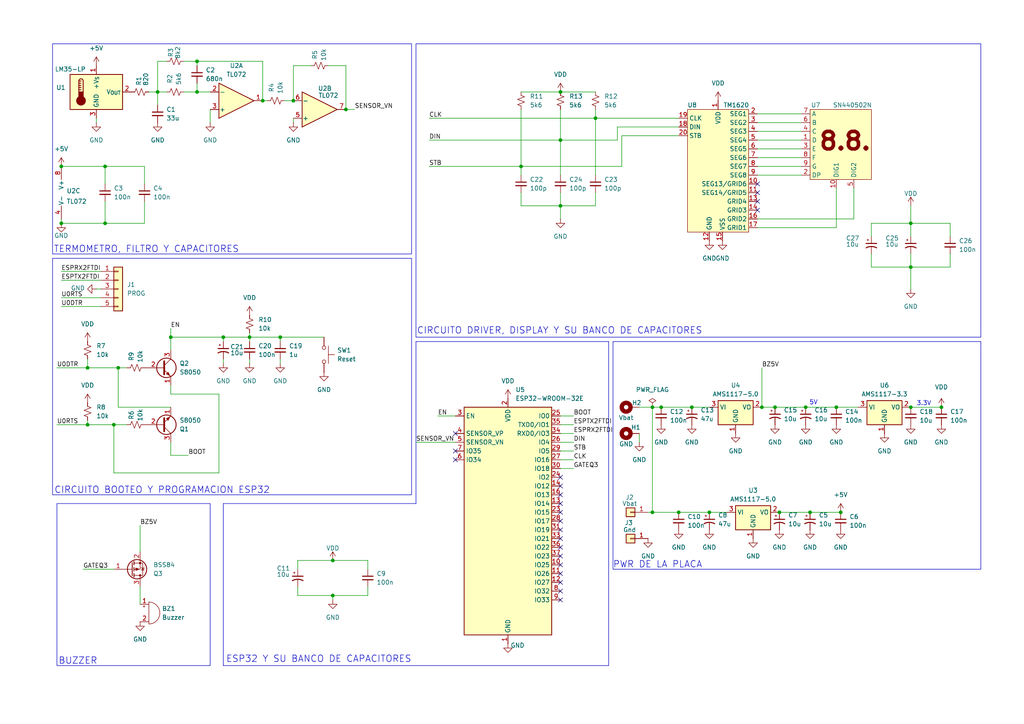
<source format=kicad_sch>
(kicad_sch (version 20231120) (generator "eeschema") (generator_version "8.0")
  (paper "A4")
  (title_block (title "Termometro") (date "2024-05-19") (rev "02") (company "UCU - Renzo Di Tommaso - Christian Klein"))
  (junction (at 196.85 148.59))
  (junction (at 162.56 40.64))
  (junction (at 264.16 64.77))
  (junction (at 191.77 118.11))
  (junction (at 233.68 118.11))
  (junction (at 25.4 123.19))
  (junction (at 264.16 118.11))
  (junction (at 49.53 97.79))
  (junction (at 220.98 118.11))
  (junction (at 64.77 97.79))
  (junction (at 242.57 118.11))
  (junction (at 151.13 48.26))
  (junction (at 226.06 148.59))
  (junction (at 162.56 59.69))
  (junction (at 172.72 34.29))
  (junction (at 273.05 118.11))
  (junction (at 200.66 118.11))
  (junction (at 189.23 148.59))
  (junction (at 57.15 17.78))
  (junction (at 85.09 29.21))
  (junction (at 34.29 106.68))
  (junction (at 76.2 29.21))
  (junction (at 189.23 118.11))
  (junction (at 45.72 26.67))
  (junction (at 30.48 48.26))
  (junction (at 25.4 106.68))
  (junction (at 234.95 148.59))
  (junction (at 96.52 162.56))
  (junction (at 81.28 97.79))
  (junction (at 17.78 48.26))
  (junction (at 30.48 64.77))
  (junction (at 57.15 26.67))
  (junction (at 96.52 172.72))
  (junction (at 33.02 123.19))
  (junction (at 205.74 148.59))
  (junction (at 224.79 118.11))
  (junction (at 17.78 64.77))
  (junction (at 72.39 97.79))
  (junction (at 162.56 26.67))
  (junction (at 100.33 31.75))
  (junction (at 264.16 77.47))
  (junction (at 243.84 148.59))
  (no_connect (at 162.56 143.51))
  (no_connect (at 162.56 163.83))
  (no_connect (at 219.71 60.96))
  (no_connect (at 162.56 138.43))
  (no_connect (at 162.56 140.97))
  (no_connect (at 162.56 146.05))
  (no_connect (at 219.71 53.34))
  (no_connect (at 162.56 151.13))
  (no_connect (at 162.56 158.75))
  (no_connect (at 162.56 148.59))
  (no_connect (at 162.56 171.45))
  (no_connect (at 162.56 168.91))
  (no_connect (at 162.56 153.67))
  (no_connect (at 162.56 173.99))
  (no_connect (at 132.08 125.73))
  (no_connect (at 132.08 133.35))
  (no_connect (at 219.71 55.88))
  (no_connect (at 132.08 130.81))
  (no_connect (at 162.56 161.29))
  (no_connect (at 162.56 166.37))
  (no_connect (at 162.56 156.21))
  (no_connect (at 219.71 58.42))
  (wire (pts (xy 33.02 137.16) (xy 33.02 123.19)))
  (wire (pts (xy 64.77 104.14) (xy 64.77 105.41)))
  (wire (pts (xy 172.72 55.88) (xy 172.72 59.69)))
  (wire (pts (xy 49.53 118.11) (xy 34.29 118.11)))
  (wire (pts (xy 162.56 123.19) (xy 166.37 123.19)))
  (wire (pts (xy 264.16 64.77) (xy 275.59 64.77)))
  (wire (pts (xy 72.39 104.14) (xy 72.39 105.41)))
  (wire (pts (xy 196.85 148.59) (xy 205.74 148.59)))
  (wire (pts (xy 49.53 132.08) (xy 54.61 132.08)))
  (wire (pts (xy 64.77 97.79) (xy 72.39 97.79)))
  (wire (pts (xy 252.73 73.66) (xy 252.73 77.47)))
  (wire (pts (xy 264.16 77.47) (xy 264.16 83.82)))
  (wire (pts (xy 72.39 99.06) (xy 72.39 97.79)))
  (wire (pts (xy 57.15 17.78) (xy 76.2 17.78)))
  (wire (pts (xy 45.72 26.67) (xy 45.72 30.48)))
  (wire (pts (xy 275.59 73.66) (xy 275.59 77.47)))
  (wire (pts (xy 187.96 148.59) (xy 189.23 148.59)))
  (wire (pts (xy 45.72 17.78) (xy 45.72 26.67)))
  (wire (pts (xy 72.39 96.52) (xy 72.39 97.79)))
  (wire (pts (xy 16.51 106.68) (xy 25.4 106.68)))
  (wire (pts (xy 120.65 128.27) (xy 132.08 128.27)))
  (wire (pts (xy 30.48 48.26) (xy 41.91 48.26)))
  (wire (pts (xy 27.94 34.29) (xy 27.94 35.56)))
  (wire (pts (xy 247.65 63.5) (xy 247.65 54.61)))
  (wire (pts (xy 17.78 64.77) (xy 17.78 63.5)))
  (wire (pts (xy 219.71 66.04) (xy 242.57 66.04)))
  (wire (pts (xy 264.16 77.47) (xy 275.59 77.47)))
  (wire (pts (xy 17.78 88.9) (xy 29.21 88.9)))
  (wire (pts (xy 162.56 40.64) (xy 162.56 50.8)))
  (wire (pts (xy 124.46 34.29) (xy 172.72 34.29)))
  (wire (pts (xy 242.57 118.11) (xy 248.92 118.11)))
  (wire (pts (xy 189.23 118.11) (xy 191.77 118.11)))
  (wire (pts (xy 275.59 68.58) (xy 275.59 64.77)))
  (wire (pts (xy 16.51 123.19) (xy 25.4 123.19)))
  (wire (pts (xy 220.98 106.68) (xy 220.98 118.11)))
  (wire (pts (xy 17.78 48.26) (xy 30.48 48.26)))
  (wire (pts (xy 264.16 64.77) (xy 264.16 68.58)))
  (wire (pts (xy 264.16 118.11) (xy 273.05 118.11)))
  (wire (pts (xy 85.09 35.56) (xy 85.09 34.29)))
  (wire (pts (xy 252.73 64.77) (xy 252.73 68.58)))
  (wire (pts (xy 172.72 34.29) (xy 172.72 50.8)))
  (wire (pts (xy 219.71 35.56) (xy 232.41 35.56)))
  (wire (pts (xy 17.78 78.74) (xy 29.21 78.74)))
  (wire (pts (xy 63.5 137.16) (xy 33.02 137.16)))
  (wire (pts (xy 25.4 104.14) (xy 25.4 106.68)))
  (wire (pts (xy 219.71 43.18) (xy 232.41 43.18)))
  (polyline (pts (xy 64.77 146.05) (xy 64.77 193.04)))
  (wire (pts (xy 219.71 48.26) (xy 232.41 48.26)))
  (wire (pts (xy 162.56 59.69) (xy 162.56 63.5)))
  (wire (pts (xy 30.48 48.26) (xy 30.48 53.34)))
  (wire (pts (xy 72.39 97.79) (xy 81.28 97.79)))
  (wire (pts (xy 96.52 162.56) (xy 106.68 162.56)))
  (wire (pts (xy 57.15 26.67) (xy 53.34 26.67)))
  (wire (pts (xy 220.98 118.11) (xy 224.79 118.11)))
  (wire (pts (xy 172.72 34.29) (xy 196.85 34.29)))
  (wire (pts (xy 43.18 26.67) (xy 45.72 26.67)))
  (wire (pts (xy 41.91 53.34) (xy 41.91 48.26)))
  (wire (pts (xy 200.66 118.11) (xy 205.74 118.11)))
  (wire (pts (xy 81.28 99.06) (xy 81.28 97.79)))
  (wire (pts (xy 162.56 130.81) (xy 166.37 130.81)))
  (wire (pts (xy 27.94 83.82) (xy 29.21 83.82)))
  (wire (pts (xy 76.2 29.21) (xy 77.47 29.21)))
  (wire (pts (xy 106.68 170.18) (xy 106.68 172.72)))
  (wire (pts (xy 81.28 97.79) (xy 93.98 97.79)))
  (wire (pts (xy 219.71 63.5) (xy 247.65 63.5)))
  (wire (pts (xy 49.53 111.76) (xy 49.53 114.3)))
  (wire (pts (xy 205.74 148.59) (xy 210.82 148.59)))
  (wire (pts (xy 76.2 17.78) (xy 76.2 29.21)))
  (wire (pts (xy 151.13 26.67) (xy 162.56 26.67)))
  (wire (pts (xy 180.34 39.37) (xy 196.85 39.37)))
  (wire (pts (xy 151.13 31.75) (xy 151.13 48.26)))
  (wire (pts (xy 48.26 17.78) (xy 45.72 17.78)))
  (wire (pts (xy 57.15 17.78) (xy 57.15 19.05)))
  (wire (pts (xy 25.4 106.68) (xy 34.29 106.68)))
  (wire (pts (xy 100.33 31.75) (xy 102.87 31.75)))
  (wire (pts (xy 185.42 125.73) (xy 185.42 128.27)))
  (wire (pts (xy 49.53 95.25) (xy 49.53 97.79)))
  (wire (pts (xy 49.53 128.27) (xy 49.53 132.08)))
  (wire (pts (xy 82.55 29.21) (xy 85.09 29.21)))
  (wire (pts (xy 49.53 97.79) (xy 64.77 97.79)))
  (wire (pts (xy 45.72 26.67) (xy 48.26 26.67)))
  (wire (pts (xy 264.16 64.77) (xy 252.73 64.77)))
  (wire (pts (xy 17.78 86.36) (xy 29.21 86.36)))
  (wire (pts (xy 64.77 99.06) (xy 64.77 97.79)))
  (wire (pts (xy 60.96 31.75) (xy 60.96 35.56)))
  (wire (pts (xy 219.71 50.8) (xy 232.41 50.8)))
  (wire (pts (xy 151.13 59.69) (xy 162.56 59.69)))
  (wire (pts (xy 219.71 38.1) (xy 232.41 38.1)))
  (wire (pts (xy 40.64 170.18) (xy 40.64 175.26)))
  (wire (pts (xy 264.16 73.66) (xy 264.16 77.47)))
  (wire (pts (xy 17.78 81.28) (xy 29.21 81.28)))
  (wire (pts (xy 57.15 26.67) (xy 60.96 26.67)))
  (wire (pts (xy 30.48 64.77) (xy 41.91 64.77)))
  (wire (pts (xy 179.07 40.64) (xy 162.56 40.64)))
  (wire (pts (xy 233.68 118.11) (xy 242.57 118.11)))
  (wire (pts (xy 40.64 152.4) (xy 40.64 160.02)))
  (wire (pts (xy 41.91 58.42) (xy 41.91 64.77)))
  (wire (pts (xy 34.29 106.68) (xy 36.83 106.68)))
  (wire (pts (xy 17.78 64.77) (xy 30.48 64.77)))
  (wire (pts (xy 30.48 58.42) (xy 30.48 64.77)))
  (wire (pts (xy 90.17 19.05) (xy 85.09 19.05)))
  (wire (pts (xy 226.06 148.59) (xy 234.95 148.59)))
  (wire (pts (xy 49.53 97.79) (xy 49.53 101.6)))
  (wire (pts (xy 81.28 104.14) (xy 81.28 105.41)))
  (wire (pts (xy 96.52 172.72) (xy 106.68 172.72)))
  (wire (pts (xy 162.56 125.73) (xy 166.37 125.73)))
  (wire (pts (xy 264.16 59.69) (xy 264.16 64.77)))
  (wire (pts (xy 53.34 17.78) (xy 57.15 17.78)))
  (wire (pts (xy 25.4 121.92) (xy 25.4 123.19)))
  (polyline (pts (xy 120.65 99.06) (xy 120.65 146.05)))
  (wire (pts (xy 172.72 59.69) (xy 162.56 59.69)))
  (wire (pts (xy 100.33 31.75) (xy 100.33 19.05)))
  (wire (pts (xy 219.71 40.64) (xy 232.41 40.64)))
  (wire (pts (xy 96.52 172.72) (xy 96.52 173.99)))
  (wire (pts (xy 49.53 114.3) (xy 63.5 114.3)))
  (wire (pts (xy 151.13 48.26) (xy 151.13 50.8)))
  (wire (pts (xy 234.95 148.59) (xy 243.84 148.59)))
  (wire (pts (xy 124.46 48.26) (xy 151.13 48.26)))
  (wire (pts (xy 189.23 148.59) (xy 196.85 148.59)))
  (wire (pts (xy 162.56 26.67) (xy 172.72 26.67)))
  (wire (pts (xy 162.56 135.89) (xy 166.37 135.89)))
  (wire (pts (xy 24.13 165.1) (xy 33.02 165.1)))
  (wire (pts (xy 63.5 114.3) (xy 63.5 137.16)))
  (wire (pts (xy 264.16 77.47) (xy 252.73 77.47)))
  (wire (pts (xy 57.15 24.13) (xy 57.15 26.67)))
  (wire (pts (xy 151.13 55.88) (xy 151.13 59.69)))
  (polyline (pts (xy 64.77 146.05) (xy 120.65 146.05)))
  (wire (pts (xy 219.71 45.72) (xy 232.41 45.72)))
  (wire (pts (xy 162.56 128.27) (xy 166.37 128.27)))
  (wire (pts (xy 185.42 118.11) (xy 189.23 118.11)))
  (wire (pts (xy 127 120.65) (xy 132.08 120.65)))
  (polyline (pts (xy 176.53 193.04) (xy 176.53 99.06)))
  (wire (pts (xy 162.56 133.35) (xy 166.37 133.35)))
  (wire (pts (xy 179.07 36.83) (xy 196.85 36.83)))
  (wire (pts (xy 33.02 123.19) (xy 36.83 123.19)))
  (polyline (pts (xy 64.77 193.04) (xy 176.53 193.04)))
  (wire (pts (xy 180.34 48.26) (xy 180.34 39.37)))
  (wire (pts (xy 172.72 31.75) (xy 172.72 34.29)))
  (wire (pts (xy 162.56 120.65) (xy 166.37 120.65)))
  (wire (pts (xy 162.56 55.88) (xy 162.56 59.69)))
  (wire (pts (xy 34.29 118.11) (xy 34.29 106.68)))
  (wire (pts (xy 180.34 48.26) (xy 151.13 48.26)))
  (wire (pts (xy 124.46 40.64) (xy 162.56 40.64)))
  (wire (pts (xy 191.77 118.11) (xy 200.66 118.11)))
  (wire (pts (xy 100.33 19.05) (xy 95.25 19.05)))
  (polyline (pts (xy 176.53 99.06) (xy 120.65 99.06)))
  (wire (pts (xy 86.36 162.56) (xy 86.36 165.1)))
  (wire (pts (xy 86.36 162.56) (xy 96.52 162.56)))
  (wire (pts (xy 162.56 31.75) (xy 162.56 40.64)))
  (wire (pts (xy 86.36 172.72) (xy 96.52 172.72)))
  (wire (pts (xy 242.57 66.04) (xy 242.57 54.61)))
  (wire (pts (xy 219.71 33.02) (xy 232.41 33.02)))
  (wire (pts (xy 189.23 118.11) (xy 189.23 148.59)))
  (wire (pts (xy 86.36 170.18) (xy 86.36 172.72)))
  (wire (pts (xy 224.79 118.11) (xy 233.68 118.11)))
  (wire (pts (xy 85.09 19.05) (xy 85.09 29.21)))
  (wire (pts (xy 106.68 162.56) (xy 106.68 165.1)))
  (wire (pts (xy 25.4 123.19) (xy 33.02 123.19)))
  (wire (pts (xy 179.07 40.64) (xy 179.07 36.83)))
  (rectangle (start 16.51 146.05) (end 60.96 193.04))
  (rectangle (start 15.24 74.93) (end 119.38 143.51))
  (rectangle (start 119.38 12.7) (end 15.24 73.66))
  (rectangle (start 120.65 12.7) (end 284.48 97.79))
  (rectangle (start 177.8 99.06) (end 284.48 165.1))
  (text "TERMOMETRO, FILTRO Y CAPACITORES \n\n" (at 43.18 73.914 0) (effects (font (size 1.905 1.905))))
  (text "PWR DE LA PLACA\n" (at 190.754 163.83 0) (effects (font (size 1.905 1.905))))
  (text "CIRCUITO BOOTEO Y PROGRAMACION ESP32 " (at 47.752 142.24 0) (effects (font (size 1.905 1.905))))
  (text "CIRCUITO DRIVER, DISPLAY Y SU BANCO DE CAPACITORES\n\n" (at 162.306 97.536 0) (effects (font (size 1.905 1.905))))
  (text "BUZZER" (at 22.606 191.77 0) (effects (font (size 1.905 1.905))))
  (text "ESP32 Y SU BANCO DE CAPACITORES\n\n" (at 92.456 192.786 0) (effects (font (size 1.905 1.905))))
  (text "5V" (at 235.966 116.84 0) (effects (font (size 1.27 1.27))))
  (text "3.3V" (at 267.97 117.094 0) (effects (font (size 1.27 1.27))))
  (label "CLK" (at 124.46 34.29 0))
  (label "BOOT" (at 166.37 120.65 0))
  (label "DIN" (at 166.37 128.27 0))
  (label "BZ5V" (at 220.98 106.68 0))
  (label "GATEQ3" (at 24.13 165.1 0))
  (label "U0RTS" (at 16.51 123.19 0))
  (label "EN" (at 127 120.65 0))
  (label "CLK" (at 166.37 133.35 0))
  (label "ESPRX2FTDI" (at 17.78 78.74 0))
  (label "BZ5V" (at 40.64 152.4 0))
  (label "GATEQ3" (at 166.37 135.89 0))
  (label "SENSOR_VN" (at 120.65 128.27 0))
  (label "EN" (at 49.53 95.25 0))
  (label "STB" (at 124.46 48.26 0))
  (label "BOOT" (at 54.61 132.08 0))
  (label "ESPRX2FTDI" (at 166.37 125.73 0))
  (label "ESPTX2FTDI" (at 17.78 81.28 0))
  (label "SENSOR_VN" (at 102.87 31.75 0))
  (label "STB" (at 166.37 130.81 0))
  (label "U0DTR" (at 16.51 106.68 0))
  (label "U0RTS" (at 17.78 86.36 0))
  (label "DIN" (at 124.46 40.64 0))
  (label "ESPTX2FTDI" (at 166.37 123.19 0))
  (label "U0DTR" (at 17.78 88.9 0))
  (symbol (lib_id "power:GND") (at 191.77 123.19 0) (unit 1)
    (property "Reference" "#PWR021" (effects (hide yes)))
    (property "Value" "GND" (at 191.77 128.27 0))
    (property "Description" "Power symbol creates a global label with name \"GND\" , ground" (effects (hide yes)))
  )
  (symbol (lib_id "Device:R_Small_US") (at 151.13 29.21 180) (unit 1)
    (property "Reference" "R11" (at 153.67 27.9399 0) (effects (justify right)))
    (property "Value" "5k6" (at 153.67 30.4799 0) (effects (justify right)))
    (property "Footprint" "Resistor_SMD:R_0603_1608Metric" (effects (hide yes)))
    (property "Description" "Resistor, small US symbol" (effects (hide yes)))
  )
  (symbol (lib_id "power:GND") (at 147.32 186.69 0) (unit 1)
    (property "Reference" "#PWR019" (effects (hide yes)))
    (property "Value" "GND" (at 150.114 187.198 0))
    (property "Description" "Power symbol creates a global label with name \"GND\" , ground" (effects (hide yes)))
  )
  (symbol (lib_id "Device:R_Small_US") (at 50.8 17.78 90) (unit 1)
    (property "Reference" "R3" (at 49.53 15.24 0))
    (property "Value" "8k2" (at 51.562 15.24 0))
    (property "Footprint" "Resistor_SMD:R_0603_1608Metric" (effects (hide yes)))
    (property "Description" "Resistor, small US symbol" (effects (hide yes)))
  )
  (symbol (lib_id "TM1620y7seg:SN440502N") (at 243.84 41.91 0) (unit 1)
    (property "Reference" "U7" (at 235.204 30.48 0) (effects (justify left)))
    (property "Value" "SN440502N" (at 241.554 30.48 0) (effects (justify left)))
    (property "Footprint" "obligatorio:DISPLAYLEDS" (effects (hide yes)))
  )
  (symbol (lib_id "power:GND") (at 224.79 123.19 0) (unit 1)
    (property "Reference" "#PWR025" (effects (hide yes)))
    (property "Value" "GND" (at 224.79 128.27 0))
    (property "Description" "Power symbol creates a global label with name \"GND\" , ground" (effects (hide yes)))
  )
  (symbol (lib_id "Device:C_Polarized_Small_US") (at 264.16 71.12 0) (unit 1)
    (property "Reference" "C25" (at 256.794 69.088 0) (effects (justify left)))
    (property "Value" "10u" (at 256.794 70.866 0) (effects (justify left)))
    (property "Footprint" "Capacitor_SMD:C_0603_1608Metric" (effects (hide yes)))
    (property "Description" "Polarized capacitor, small US symbol" (effects (hide yes)))
  )
  (symbol (lib_id "Device:R_Small_US") (at 162.56 29.21 180) (unit 1)
    (property "Reference" "R13" (at 165.1 27.9399 0) (effects (justify right)))
    (property "Value" "5k6" (at 165.1 30.4799 0) (effects (justify right)))
    (property "Footprint" "Resistor_SMD:R_0603_1608Metric" (effects (hide yes)))
    (property "Description" "Resistor, small US symbol" (effects (hide yes)))
  )
  (symbol (lib_id "Device:R_Small_US") (at 40.64 26.67 90) (unit 1)
    (property "Reference" "R1" (at 40.259 23.495 0))
    (property "Value" "820" (at 42.291 22.987 0))
    (property "Footprint" "Resistor_SMD:R_0603_1608Metric" (effects (hide yes)))
    (property "Description" "Resistor, small US symbol" (effects (hide yes)))
  )
  (symbol (lib_id "Device:C_Polarized_Small_US") (at 224.79 120.65 0) (unit 1)
    (property "Reference" "C15" (at 227.33 118.9481 0) (effects (justify left)))
    (property "Value" "10u" (at 227.33 121.4881 0) (effects (justify left)))
    (property "Footprint" "Capacitor_SMD:C_0603_1608Metric" (effects (hide yes)))
    (property "Description" "Polarized capacitor, small US symbol" (effects (hide yes)))
  )
  (symbol (lib_id "Device:C_Small") (at 45.72 33.02 0) (unit 1)
    (property "Reference" "C1" (at 48.26 31.7562 0) (effects (justify left)))
    (property "Value" "33u" (at 48.26 34.2962 0) (effects (justify left)))
    (property "Footprint" "Capacitor_SMD:C_0805_2012Metric" (effects (hide yes)))
    (property "Description" "Unpolarized capacitor, small symbol" (effects (hide yes)))
  )
  (symbol (lib_id "power:VDD") (at 264.16 59.69 0) (unit 1)
    (property "Reference" "#PWR016" (effects (hide yes)))
    (property "Value" "VDD" (at 264.16 56.134 0))
    (property "Description" "Power symbol creates a global label with name \"VDD\"" (effects (hide yes)))
  )
  (symbol (lib_id "power:GND") (at 226.06 153.67 0) (unit 1)
    (property "Reference" "#PWR033" (effects (hide yes)))
    (property "Value" "GND" (at 226.06 158.75 0))
    (property "Description" "Power symbol creates a global label with name \"GND\" , ground" (effects (hide yes)))
  )
  (symbol (lib_id "power:GND") (at 187.96 156.21 0) (unit 1)
    (property "Reference" "#PWR030" (effects (hide yes)))
    (property "Value" "GND" (at 187.96 161.29 0))
    (property "Description" "Power symbol creates a global label with name \"GND\" , ground" (effects (hide yes)))
  )
  (symbol (lib_id "power:GND") (at 60.96 35.56 0) (unit 1)
    (property "Reference" "#PWR03" (effects (hide yes)))
    (property "Value" "GND" (at 60.96 40.64 0))
    (property "Description" "Power symbol creates a global label with name \"GND\" , ground" (effects (hide yes)))
  )
  (symbol (lib_id "Device:Buzzer") (at 43.18 177.8 0) (unit 1)
    (property "Reference" "BZ1" (at 46.99 176.5299 0) (effects (justify left)))
    (property "Value" "Buzzer" (at 46.99 179.0699 0) (effects (justify left)))
    (property "Footprint" "Buzzer_Beeper:Buzzer_12x9.5RM7.6" (effects (hide yes)))
    (property "Description" "Buzzer, polarized" (effects (hide yes)))
  )
  (symbol (lib_id "power:VDD") (at 72.39 91.44 0) (unit 1)
    (property "Reference" "#PWR015" (effects (hide yes)))
    (property "Value" "VDD" (at 72.39 86.36 0))
    (property "Description" "Power symbol creates a global label with name \"VDD\"" (effects (hide yes)))
  )
  (symbol (lib_id "Device:C_Polarized_Small_US") (at 233.68 120.65 0) (unit 1)
    (property "Reference" "C16" (at 236.22 118.9481 0) (effects (justify left)))
    (property "Value" "10u" (at 236.22 121.4881 0) (effects (justify left)))
    (property "Footprint" "Capacitor_SMD:C_0603_1608Metric" (effects (hide yes)))
    (property "Description" "Polarized capacitor, small US symbol" (effects (hide yes)))
  )
  (symbol (lib_id "power:GND") (at 27.94 35.56 0) (unit 1)
    (property "Reference" "#PWR01" (effects (hide yes)))
    (property "Value" "GND" (at 27.94 40.64 0))
    (property "Description" "Power symbol creates a global label with name \"GND\" , ground" (effects (hide yes)))
  )
  (symbol (lib_id "power:GND") (at 64.77 105.41 0) (unit 1)
    (property "Reference" "#PWR09" (effects (hide yes)))
    (property "Value" "GND" (at 64.77 110.49 0))
    (property "Description" "Power symbol creates a global label with name \"GND\" , ground" (effects (hide yes)))
  )
  (symbol (lib_id "power:GND") (at 81.28 105.41 0) (unit 1)
    (property "Reference" "#PWR011" (effects (hide yes)))
    (property "Value" "GND" (at 81.28 110.49 0))
    (property "Description" "Power symbol creates a global label with name \"GND\" , ground" (effects (hide yes)))
  )
  (symbol (lib_id "Device:C_Polarized_Small_US") (at 226.06 151.13 0) (unit 1)
    (property "Reference" "C7" (at 228.6 149.4281 0) (effects (justify left)))
    (property "Value" "10u" (at 228.6 151.9681 0) (effects (justify left)))
    (property "Footprint" "Capacitor_SMD:C_0603_1608Metric" (effects (hide yes)))
    (property "Description" "Polarized capacitor, small US symbol" (effects (hide yes)))
  )
  (symbol (lib_id "power:GND") (at 213.36 125.73 0) (unit 1)
    (property "Reference" "#PWR023" (effects (hide yes)))
    (property "Value" "GND" (at 213.36 130.81 0))
    (property "Description" "Power symbol creates a global label with name \"GND\" , ground" (effects (hide yes)))
  )
  (symbol (lib_id "Device:R_Small_US") (at 39.37 123.19 90) (unit 1)
    (property "Reference" "R6" (at 38.1 120.396 0))
    (property "Value" "10k" (at 40.64 120.396 0))
    (property "Footprint" "Resistor_SMD:R_0603_1608Metric" (effects (hide yes)))
    (property "Description" "Resistor, small US symbol" (effects (hide yes)))
  )
  (symbol (lib_id "power:GND") (at 85.09 35.56 0) (unit 1)
    (property "Reference" "#PWR04" (effects (hide yes)))
    (property "Value" "GND" (at 85.09 40.64 0))
    (property "Description" "Power symbol creates a global label with name \"GND\" , ground" (effects (hide yes)))
  )
  (symbol (lib_id "Device:C_Small") (at 57.15 21.59 0) (unit 1)
    (property "Reference" "C2" (at 59.69 20.3262 0) (effects (justify left)))
    (property "Value" "680n" (at 59.69 22.8662 0) (effects (justify left)))
    (property "Footprint" "Capacitor_SMD:C_0603_1608Metric" (effects (hide yes)))
    (property "Description" "Unpolarized capacitor, small symbol" (effects (hide yes)))
  )
  (symbol (lib_id "Device:R_Small_US") (at 92.71 19.05 90) (unit 1)
    (property "Reference" "R5" (at 91.313 15.875 0))
    (property "Value" "10k" (at 93.853 15.875 0))
    (property "Footprint" "Resistor_SMD:R_0603_1608Metric" (effects (hide yes)))
    (property "Description" "Resistor, small US symbol" (effects (hide yes)))
  )
  (symbol (lib_id "Device:C_Small") (at 196.85 151.13 0) (unit 1)
    (property "Reference" "C10" (at 199.39 149.8662 0) (effects (justify left)))
    (property "Value" "100n" (at 199.39 152.4062 0) (effects (justify left)))
    (property "Footprint" "Capacitor_SMD:C_0603_1608Metric" (effects (hide yes)))
    (property "Description" "Unpolarized capacitor, small symbol" (effects (hide yes)))
  )
  (symbol (lib_id "Device:C_Polarized_Small_US") (at 252.73 71.12 0) (unit 1)
    (property "Reference" "C27" (at 245.364 69.088 0) (effects (justify left)))
    (property "Value" "10u" (at 245.364 70.866 0) (effects (justify left)))
    (property "Footprint" "Capacitor_SMD:C_0603_1608Metric" (effects (hide yes)))
    (property "Description" "Polarized capacitor, small US symbol" (effects (hide yes)))
  )
  (symbol (lib_id "Mechanical:MountingHole_Pad") (at 182.88 125.73 90) (unit 1) (exclude_from_sim yes) (in_bom no)
    (property "Reference" "H1" (at 184.404 123.952 90))
    (property "Value" "GND" (at 181.61 128.778 90))
    (property "Footprint" "MountingHole:MountingHole_2.2mm_M2_ISO7380_Pad" (effects (hide yes)))
    (property "Description" "Mounting Hole with connection" (effects (hide yes)))
  )
  (symbol (lib_id "power:+5V") (at 27.94 19.05 0) (unit 1)
    (property "Reference" "#PWR07" (effects (hide yes)))
    (property "Value" "+5V" (at 27.94 13.97 0))
    (property "Description" "Power symbol creates a global label with name \"+5V\"" (effects (hide yes)))
  )
  (symbol (lib_id "power:VDD") (at 96.52 162.56 0) (unit 1)
    (property "Reference" "#PWR044" (effects (hide yes)))
    (property "Value" "VDD" (at 96.52 159.004 0))
    (property "Description" "Power symbol creates a global label with name \"VDD\"" (effects (hide yes)))
  )
  (symbol (lib_id "Device:C_Small") (at 242.57 120.65 0) (unit 1)
    (property "Reference" "C14" (at 245.11 119.3862 0) (effects (justify left)))
    (property "Value" "100n" (at 245.11 121.9262 0) (effects (justify left)))
    (property "Footprint" "Capacitor_SMD:C_0603_1608Metric" (effects (hide yes)))
    (property "Description" "Unpolarized capacitor, small symbol" (effects (hide yes)))
  )
  (symbol (lib_id "power:GND") (at 264.16 123.19 0) (unit 1)
    (property "Reference" "#PWR028" (effects (hide yes)))
    (property "Value" "GND" (at 264.16 128.27 0))
    (property "Description" "Power symbol creates a global label with name \"GND\" , ground" (effects (hide yes)))
  )
  (symbol (lib_id "Regulator_Linear:AMS1117-3.3") (at 256.54 118.11 0) (unit 1)
    (property "Reference" "U6" (at 256.54 111.76 0))
    (property "Value" "AMS1117-3.3" (at 256.54 114.3 0))
    (property "Footprint" "Package_TO_SOT_SMD:SOT-223" (effects (hide yes)))
    (property "Datasheet" "http://www.advanced-monolithic.com/pdf/ds1117.pdf" (effects (hide yes)))
    (property "Description" "1A Low Dropout regulator, positive, 3.3V fixed output, SOT-223" (effects (hide yes)))
  )
  (symbol (lib_id "power:VDD") (at 208.28 29.21 0) (unit 1)
    (property "Reference" "#PWR042" (effects (hide yes)))
    (property "Value" "VDD" (at 208.28 24.13 0))
    (property "Description" "Power symbol creates a global label with name \"VDD\"" (effects (hide yes)))
  )
  (symbol (lib_id "Device:C_Small") (at 162.56 53.34 0) (unit 1)
    (property "Reference" "C24" (at 165.1 52.0762 0) (effects (justify left)))
    (property "Value" "100p" (at 165.1 54.6162 0) (effects (justify left)))
    (property "Footprint" "Capacitor_SMD:C_0603_1608Metric" (effects (hide yes)))
    (property "Description" "Unpolarized capacitor, small symbol" (effects (hide yes)))
  )
  (symbol (lib_id "power:GND") (at 185.42 128.27 0) (unit 1)
    (property "Reference" "#PWR020" (effects (hide yes)))
    (property "Value" "GND" (at 185.42 133.35 0))
    (property "Description" "Power symbol creates a global label with name \"GND\" , ground" (effects (hide yes)))
  )
  (symbol (lib_id "Connector_Generic:Conn_01x01") (at 182.88 156.21 0) (mirror y) (unit 1)
    (property "Reference" "J3" (at 182.372 151.638 0))
    (property "Value" "Gnd" (at 182.626 153.67 0))
    (property "Footprint" "Connector_PinHeader_2.54mm:PinHeader_1x01_P2.54mm_Vertical" (effects (hide yes)))
    (property "Description" "Generic connector, single row, 01x01, script generated (kicad-library-utils/schlib/autogen/connector/)" (effects (hide yes)))
  )
  (symbol (lib_id "power:GND") (at 205.74 153.67 0) (unit 1)
    (property "Reference" "#PWR032" (effects (hide yes)))
    (property "Value" "GND" (at 205.74 158.75 0))
    (property "Description" "Power symbol creates a global label with name \"GND\" , ground" (effects (hide yes)))
  )
  (symbol (lib_id "power:GND") (at 205.74 69.85 0) (unit 1)
    (property "Reference" "#PWR046" (effects (hide yes)))
    (property "Value" "GND" (at 205.74 74.93 0))
    (property "Description" "Power symbol creates a global label with name \"GND\" , ground" (effects (hide yes)))
  )
  (symbol (lib_id "Sensor_Temperature:LM35-LP") (at 27.94 26.67 0) (unit 1)
    (property "Reference" "U1" (at 19.05 25.3999 0) (effects (justify right)))
    (property "Value" "LM35-LP" (at 24.892 20.066 0) (effects (justify right)))
    (property "Footprint" "Package_TO_SOT_THT:TO-92_Inline" (effects (hide yes)))
    (property "Datasheet" "http://www.ti.com/lit/ds/symlink/lm35.pdf" (effects (hide yes)))
    (property "Description" "Precision centigrade temperature sensor, TO-92" (effects (hide yes)))
  )
  (symbol (lib_id "power:VDD") (at 25.4 116.84 0) (unit 1)
    (property "Reference" "#PWR014" (effects (hide yes)))
    (property "Value" "VDD" (at 25.4 111.76 0))
    (property "Description" "Power symbol creates a global label with name \"VDD\"" (effects (hide yes)))
  )
  (symbol (lib_id "Device:C_Small") (at 41.91 55.88 0) (unit 1)
    (property "Reference" "C4" (at 44.45 54.6162 0) (effects (justify left)))
    (property "Value" "100n" (at 44.45 57.1562 0) (effects (justify left)))
    (property "Footprint" "Capacitor_SMD:C_0603_1608Metric" (effects (hide yes)))
    (property "Description" "Unpolarized capacitor, small symbol" (effects (hide yes)))
  )
  (symbol (lib_id "Device:C_Polarized_Small_US") (at 64.77 101.6 0) (unit 1)
    (property "Reference" "C21" (at 66.802 100.584 0) (effects (justify left)))
    (property "Value" "10u" (at 66.802 102.362 0) (effects (justify left)))
    (property "Footprint" "Capacitor_SMD:C_0603_1608Metric" (effects (hide yes)))
    (property "Description" "Polarized capacitor, small US symbol" (effects (hide yes)))
  )
  (symbol (lib_id "Device:C_Small") (at 273.05 120.65 0) (unit 1)
    (property "Reference" "C17" (at 275.59 119.3862 0) (effects (justify left)))
    (property "Value" "100n" (at 275.59 121.9262 0) (effects (justify left)))
    (property "Footprint" "Capacitor_SMD:C_0603_1608Metric" (effects (hide yes)))
    (property "Description" "Unpolarized capacitor, small symbol" (effects (hide yes)))
  )
  (symbol (lib_id "Device:R_Small_US") (at 25.4 101.6 180) (unit 1)
    (property "Reference" "R7" (at 27.94 100.3299 0) (effects (justify right)))
    (property "Value" "10k" (at 27.94 102.8699 0) (effects (justify right)))
    (property "Footprint" "Resistor_SMD:R_0603_1608Metric" (effects (hide yes)))
    (property "Description" "Resistor, small US symbol" (effects (hide yes)))
  )
  (symbol (lib_id "Device:C_Polarized_Small_US") (at 205.74 151.13 0) (unit 1)
    (property "Reference" "C8" (at 208.28 149.4281 0) (effects (justify left)))
    (property "Value" "47u" (at 208.28 151.9681 0) (effects (justify left)))
    (property "Footprint" "Capacitor_SMD:C_0805_2012Metric" (effects (hide yes)))
    (property "Description" "Polarized capacitor, small US symbol" (effects (hide yes)))
  )
  (symbol (lib_id "Amplifier_Operational:TL072") (at 92.71 31.75 0) (mirror x) (unit 2)
    (property "Reference" "U2" (at 94.234 25.654 0))
    (property "Value" "TL072" (at 95.25 27.686 0))
    (property "Footprint" "Package_SO:SOIC-8_3.9x4.9mm_P1.27mm" (effects (hide yes)))
    (property "Datasheet" "http://www.ti.com/lit/ds/symlink/tl071.pdf" (effects (hide yes)))
    (property "Description" "Dual Low-Noise JFET-Input Operational Amplifiers, DIP-8/SOIC-8" (effects (hide yes)))
  )
  (symbol (lib_id "power:GND") (at 233.68 123.19 0) (unit 1)
    (property "Reference" "#PWR026" (effects (hide yes)))
    (property "Value" "GND" (at 233.68 128.27 0))
    (property "Description" "Power symbol creates a global label with name \"GND\" , ground" (effects (hide yes)))
  )
  (symbol (lib_id "Connector_Generic:Conn_01x01") (at 182.88 148.59 0) (mirror y) (unit 1)
    (property "Reference" "J2" (at 182.626 144.272 0))
    (property "Value" "Vbat" (at 182.626 146.05 0))
    (property "Footprint" "Connector_PinHeader_2.54mm:PinHeader_1x01_P2.54mm_Vertical" (effects (hide yes)))
    (property "Description" "Generic connector, single row, 01x01, script generated (kicad-library-utils/schlib/autogen/connector/)" (effects (hide yes)))
  )
  (symbol (lib_id "power:VDD") (at 25.4 99.06 0) (unit 1)
    (property "Reference" "#PWR013" (effects (hide yes)))
    (property "Value" "VDD" (at 25.4 93.98 0))
    (property "Description" "Power symbol creates a global label with name \"VDD\"" (effects (hide yes)))
  )
  (symbol (lib_id "Device:C_Small") (at 151.13 53.34 0) (unit 1)
    (property "Reference" "C22" (at 153.67 52.0762 0) (effects (justify left)))
    (property "Value" "100p" (at 153.67 54.6162 0) (effects (justify left)))
    (property "Footprint" "Capacitor_SMD:C_0603_1608Metric" (effects (hide yes)))
    (property "Description" "Unpolarized capacitor, small symbol" (effects (hide yes)))
  )
  (symbol (lib_id "Transistor_FET:BSS84") (at 38.1 165.1 0) (mirror x) (unit 1)
    (property "Reference" "Q3" (at 44.45 166.3701 0) (effects (justify left)))
    (property "Value" "BSS84" (at 44.45 163.8301 0) (effects (justify left)))
    (property "Footprint" "Package_TO_SOT_SMD:SOT-23" (effects (hide yes)))
    (property "Datasheet" "http://assets.nexperia.com/documents/data-sheet/BSS84.pdf" (effects (hide yes)))
    (property "Description" "-0.13A Id, -50V Vds, P-Channel MOSFET, SOT-23" (effects (hide yes)))
  )
  (symbol (lib_id "Mechanical:MountingHole_Pad") (at 182.88 118.11 90) (unit 1) (exclude_from_sim yes) (in_bom no)
    (property "Reference" "H2" (at 184.658 116.84 90))
    (property "Value" "Vbat" (at 181.61 121.158 90))
    (property "Footprint" "MountingHole:MountingHole_2.2mm_M2_ISO7380_Pad" (effects (hide yes)))
    (property "Description" "Mounting Hole with connection" (effects (hide yes)))
  )
  (symbol (lib_id "Regulator_Linear:AMS1117-5.0") (at 213.36 118.11 0) (unit 1)
    (property "Reference" "U4" (at 213.36 111.76 0))
    (property "Value" "AMS1117-5.0" (at 213.36 114.3 0))
    (property "Footprint" "Package_TO_SOT_SMD:SOT-223" (effects (hide yes)))
    (property "Datasheet" "http://www.advanced-monolithic.com/pdf/ds1117.pdf" (effects (hide yes)))
    (property "Description" "1A Low Dropout regulator, positive, 5.0V fixed output, SOT-223" (effects (hide yes)))
  )
  (symbol (lib_id "Device:C_Small") (at 275.59 71.12 0) (unit 1)
    (property "Reference" "C26" (at 278.13 69.8562 0) (effects (justify left)))
    (property "Value" "100n" (at 278.13 72.3962 0) (effects (justify left)))
    (property "Footprint" "Capacitor_SMD:C_0603_1608Metric" (effects (hide yes)))
    (property "Description" "Unpolarized capacitor, small symbol" (effects (hide yes)))
  )
  (symbol (lib_id "TM1620y7seg:TM1620") (at 208.28 48.26 0) (unit 1)
    (property "Reference" "U8" (at 199.39 30.48 0) (effects (justify left)))
    (property "Value" "TM1620" (at 209.804 30.48 0) (effects (justify left)))
    (property "Footprint" "Package_SO:SOIC-20W_7.5x12.8mm_P1.27mm" (effects (hide yes)))
  )
  (symbol (lib_id "Device:R_Small_US") (at 39.37 106.68 90) (unit 1)
    (property "Reference" "R9" (at 38.1 103.378 0))
    (property "Value" "10k" (at 40.64 103.378 0))
    (property "Footprint" "Resistor_SMD:R_0603_1608Metric" (effects (hide yes)))
    (property "Description" "Resistor, small US symbol" (effects (hide yes)))
  )
  (symbol (lib_id "Device:C_Small") (at 172.72 53.34 0) (unit 1)
    (property "Reference" "C23" (at 175.26 52.0762 0) (effects (justify left)))
    (property "Value" "100p" (at 175.26 54.6162 0) (effects (justify left)))
    (property "Footprint" "Capacitor_SMD:C_0603_1608Metric" (effects (hide yes)))
    (property "Description" "Unpolarized capacitor, small symbol" (effects (hide yes)))
  )
  (symbol (lib_id "power:VDD") (at 162.56 26.67 0) (unit 1)
    (property "Reference" "#PWR040" (effects (hide yes)))
    (property "Value" "VDD" (at 162.56 21.59 0))
    (property "Description" "Power symbol creates a global label with name \"VDD\"" (effects (hide yes)))
  )
  (symbol (lib_id "Amplifier_Operational:TL072") (at 15.24 55.88 0) (mirror y) (unit 3)
    (property "Reference" "U2" (at 19.304 55.372 0) (effects (justify right)))
    (property "Value" "TL072" (at 19.304 58.42 0) (effects (justify right)))
    (property "Footprint" "Package_SO:SOIC-8_3.9x4.9mm_P1.27mm" (effects (hide yes)))
    (property "Datasheet" "http://www.ti.com/lit/ds/symlink/tl071.pdf" (effects (hide yes)))
    (property "Description" "Dual Low-Noise JFET-Input Operational Amplifiers, DIP-8/SOIC-8" (effects (hide yes)))
  )
  (symbol (lib_id "power:+5V") (at 243.84 148.59 0) (unit 1)
    (property "Reference" "#PWR038" (effects (hide yes)))
    (property "Value" "+5V" (at 243.84 143.51 0))
    (property "Description" "Power symbol creates a global label with name \"+5V\"" (effects (hide yes)))
  )
  (symbol (lib_id "Device:C_Polarized_Small_US") (at 86.36 167.64 0) (unit 1)
    (property "Reference" "C11" (at 80.264 164.846 0) (effects (justify left)))
    (property "Value" "10u" (at 80.264 166.624 0) (effects (justify left)))
    (property "Footprint" "Capacitor_SMD:C_0603_1608Metric" (effects (hide yes)))
    (property "Description" "Polarized capacitor, small US symbol" (effects (hide yes)))
  )
  (symbol (lib_id "Amplifier_Operational:TL072") (at 68.58 29.21 0) (mirror x) (unit 1)
    (property "Reference" "U2" (at 68.58 19.05 0))
    (property "Value" "TL072" (at 68.58 21.59 0))
    (property "Footprint" "Package_SO:SOIC-8_3.9x4.9mm_P1.27mm" (effects (hide yes)))
    (property "Datasheet" "http://www.ti.com/lit/ds/symlink/tl071.pdf" (effects (hide yes)))
    (property "Description" "Dual Low-Noise JFET-Input Operational Amplifiers, DIP-8/SOIC-8" (effects (hide yes)))
  )
  (symbol (lib_id "power:GND") (at 218.44 156.21 0) (unit 1)
    (property "Reference" "#PWR036" (effects (hide yes)))
    (property "Value" "GND" (at 218.44 161.29 0))
    (property "Description" "Power symbol creates a global label with name \"GND\" , ground" (effects (hide yes)))
  )
  (symbol (lib_id "power:GND") (at 243.84 153.67 0) (unit 1)
    (property "Reference" "#PWR035" (effects (hide yes)))
    (property "Value" "GND" (at 243.84 158.75 0))
    (property "Description" "Power symbol creates a global label with name \"GND\" , ground" (effects (hide yes)))
  )
  (symbol (lib_id "Device:C_Small") (at 264.16 120.65 0) (unit 1)
    (property "Reference" "C18" (at 266.7 119.3862 0) (effects (justify left)))
    (property "Value" "10u" (at 266.7 121.9262 0) (effects (justify left)))
    (property "Footprint" "Capacitor_SMD:C_0603_1608Metric" (effects (hide yes)))
    (property "Description" "Unpolarized capacitor, small symbol" (effects (hide yes)))
  )
  (symbol (lib_id "power:VDD") (at 147.32 115.57 0) (unit 1)
    (property "Reference" "#PWR039" (effects (hide yes)))
    (property "Value" "VDD" (at 147.32 110.49 0))
    (property "Description" "Power symbol creates a global label with name \"VDD\"" (effects (hide yes)))
  )
  (symbol (lib_id "Device:C_Small") (at 106.68 167.64 0) (unit 1)
    (property "Reference" "C9" (at 109.22 166.3762 0) (effects (justify left)))
    (property "Value" "100n" (at 109.22 168.9162 0) (effects (justify left)))
    (property "Footprint" "Capacitor_SMD:C_0603_1608Metric" (effects (hide yes)))
    (property "Description" "Unpolarized capacitor, small symbol" (effects (hide yes)))
  )
  (symbol (lib_id "Device:R_Small_US") (at 80.01 29.21 90) (unit 1)
    (property "Reference" "R4" (at 78.74 25.4 0))
    (property "Value" "10k" (at 81.28 25.4 0))
    (property "Footprint" "Resistor_SMD:R_0603_1608Metric" (effects (hide yes)))
    (property "Description" "Resistor, small US symbol" (effects (hide yes)))
  )
  (symbol (lib_id "power:+5V") (at 17.78 48.26 0) (unit 1)
    (property "Reference" "#PWR05" (effects (hide yes)))
    (property "Value" "+5V" (at 17.78 43.18 0))
    (property "Description" "Power symbol creates a global label with name \"+5V\"" (effects (hide yes)))
  )
  (symbol (lib_id "power:GND") (at 242.57 123.19 0) (unit 1)
    (property "Reference" "#PWR027" (effects (hide yes)))
    (property "Value" "GND" (at 242.57 128.27 0))
    (property "Description" "Power symbol creates a global label with name \"GND\" , ground" (effects (hide yes)))
  )
  (symbol (lib_id "power:GND") (at 200.66 123.19 0) (unit 1)
    (property "Reference" "#PWR022" (effects (hide yes)))
    (property "Value" "GND" (at 200.66 128.27 0))
    (property "Description" "Power symbol creates a global label with name \"GND\" , ground" (effects (hide yes)))
  )
  (symbol (lib_id "Device:C_Small") (at 191.77 120.65 0) (unit 1)
    (property "Reference" "C12" (at 194.31 119.3862 0) (effects (justify left)))
    (property "Value" "100n" (at 194.31 121.9262 0) (effects (justify left)))
    (property "Footprint" "Capacitor_SMD:C_0603_1608Metric" (effects (hide yes)))
    (property "Description" "Unpolarized capacitor, small symbol" (effects (hide yes)))
  )
  (symbol (lib_id "power:GND") (at 45.72 35.56 0) (unit 1)
    (property "Reference" "#PWR02" (effects (hide yes)))
    (property "Value" "GND" (at 45.72 40.64 0))
    (property "Description" "Power symbol creates a global label with name \"GND\" , ground" (effects (hide yes)))
  )
  (symbol (lib_id "power:GND") (at 40.64 180.34 0) (unit 1)
    (property "Reference" "#PWR018" (effects (hide yes)))
    (property "Value" "GND" (at 40.64 185.42 0))
    (property "Description" "Power symbol creates a global label with name \"GND\" , ground" (effects (hide yes)))
  )
  (symbol (lib_id "power:GND") (at 234.95 153.67 0) (unit 1)
    (property "Reference" "#PWR034" (effects (hide yes)))
    (property "Value" "GND" (at 234.95 158.75 0))
    (property "Description" "Power symbol creates a global label with name \"GND\" , ground" (effects (hide yes)))
  )
  (symbol (lib_id "power:GND") (at 96.52 173.99 0) (unit 1)
    (property "Reference" "#PWR045" (effects (hide yes)))
    (property "Value" "GND" (at 96.52 179.07 0))
    (property "Description" "Power symbol creates a global label with name \"GND\" , ground" (effects (hide yes)))
  )
  (symbol (lib_id "Device:R_Small_US") (at 72.39 93.98 180) (unit 1)
    (property "Reference" "R10" (at 74.93 92.7099 0) (effects (justify right)))
    (property "Value" "10k" (at 74.93 95.2499 0) (effects (justify right)))
    (property "Footprint" "Resistor_SMD:R_0603_1608Metric" (effects (hide yes)))
    (property "Description" "Resistor, small US symbol" (effects (hide yes)))
  )
  (symbol (lib_id "Transistor_BJT:S8050") (at 46.99 106.68 0) (unit 1)
    (property "Reference" "Q2" (at 52.07 105.4099 0) (effects (justify left)))
    (property "Value" "S8050" (at 52.07 107.9499 0) (effects (justify left)))
    (property "Footprint" "Package_TO_SOT_SMD:SOT-23" (effects (hide yes)))
    (property "Datasheet" "http://www.unisonic.com.tw/datasheet/S8050.pdf" (effects (hide yes)))
    (property "Description" "0.7A Ic, 20V Vce, Low Voltage High Current NPN Transistor, TO-92" (effects (hide yes)))
  )
  (symbol (lib_id "Device:R_Small_US") (at 172.72 29.21 180) (unit 1)
    (property "Reference" "R12" (at 175.26 27.9399 0) (effects (justify right)))
    (property "Value" "5k6" (at 175.26 30.4799 0) (effects (justify right)))
    (property "Footprint" "Resistor_SMD:R_0603_1608Metric" (effects (hide yes)))
    (property "Description" "Resistor, small US symbol" (effects (hide yes)))
  )
  (symbol (lib_id "power:PWR_FLAG") (at 189.23 118.11 0) (unit 1)
    (property "Reference" "#FLG01" (effects (hide yes)))
    (property "Value" "PWR_FLAG" (at 189.23 113.03 0))
    (property "Description" "Special symbol for telling ERC where power comes from" (effects (hide yes)))
  )
  (symbol (lib_id "Device:C_Small") (at 72.39 101.6 0) (unit 1)
    (property "Reference" "C20" (at 74.93 100.3362 0) (effects (justify left)))
    (property "Value" "100n" (at 74.93 102.8762 0) (effects (justify left)))
    (property "Footprint" "Capacitor_SMD:C_0603_1608Metric" (effects (hide yes)))
    (property "Description" "Unpolarized capacitor, small symbol" (effects (hide yes)))
  )
  (symbol (lib_id "power:GND") (at 273.05 123.19 0) (unit 1)
    (property "Reference" "#PWR029" (effects (hide yes)))
    (property "Value" "GND" (at 273.05 128.27 0))
    (property "Description" "Power symbol creates a global label with name \"GND\" , ground" (effects (hide yes)))
  )
  (symbol (lib_id "power:GND") (at 93.98 107.95 0) (unit 1)
    (property "Reference" "#PWR012" (effects (hide yes)))
    (property "Value" "GND" (at 93.98 113.03 0))
    (property "Description" "Power symbol creates a global label with name \"GND\" , ground" (effects (hide yes)))
  )
  (symbol (lib_id "Device:C_Small") (at 30.48 55.88 0) (unit 1)
    (property "Reference" "C3" (at 33.02 54.6162 0) (effects (justify left)))
    (property "Value" "100n" (at 33.02 57.1562 0) (effects (justify left)))
    (property "Footprint" "Capacitor_SMD:C_0603_1608Metric" (effects (hide yes)))
    (property "Description" "Unpolarized capacitor, small symbol" (effects (hide yes)))
  )
  (symbol (lib_id "power:GND") (at 27.94 83.82 270) (unit 1)
    (property "Reference" "#PWR08" (effects (hide yes)))
    (property "Value" "GND" (at 24.638 83.566 90) (effects (justify right)))
    (property "Description" "Power symbol creates a global label with name \"GND\" , ground" (effects (hide yes)))
  )
  (symbol (lib_id "power:VDD") (at 273.05 118.11 0) (unit 1)
    (property "Reference" "#PWR037" (effects (hide yes)))
    (property "Value" "VDD" (at 273.05 112.268 0))
    (property "Description" "Power symbol creates a global label with name \"VDD\"" (effects (hide yes)))
  )
  (symbol (lib_id "Device:C_Polarized_Small_US") (at 234.95 151.13 0) (unit 1)
    (property "Reference" "C5" (at 237.49 149.4281 0) (effects (justify left)))
    (property "Value" "10u" (at 237.49 151.9681 0) (effects (justify left)))
    (property "Footprint" "Capacitor_SMD:C_0603_1608Metric" (effects (hide yes)))
    (property "Description" "Polarized capacitor, small US symbol" (effects (hide yes)))
  )
  (symbol (lib_id "Switch:SW_Push") (at 93.98 102.87 270) (unit 1)
    (property "Reference" "SW1" (at 97.79 101.5999 90) (effects (justify left)))
    (property "Value" "Reset" (at 97.79 104.1399 90) (effects (justify left)))
    (property "Footprint" "Button_Switch_SMD:SW_SPST_PTS645" (effects (hide yes)))
    (property "Description" "Push button switch, generic, two pins" (effects (hide yes)))
  )
  (symbol (lib_id "Device:R_Small_US") (at 25.4 119.38 180) (unit 1)
    (property "Reference" "R8" (at 27.94 118.1099 0) (effects (justify right)))
    (property "Value" "10k" (at 27.94 120.6499 0) (effects (justify right)))
    (property "Footprint" "Resistor_SMD:R_0603_1608Metric" (effects (hide yes)))
    (property "Description" "Resistor, small US symbol" (effects (hide yes)))
  )
  (symbol (lib_id "Device:C_Polarized_Small_US") (at 200.66 120.65 0) (unit 1)
    (property "Reference" "C13" (at 203.2 118.9481 0) (effects (justify left)))
    (property "Value" "47u" (at 203.2 121.4881 0) (effects (justify left)))
    (property "Footprint" "Capacitor_SMD:C_0805_2012Metric" (effects (hide yes)))
    (property "Description" "Polarized capacitor, small US symbol" (effects (hide yes)))
  )
  (symbol (lib_id "power:GND") (at 17.78 64.77 0) (unit 1)
    (property "Reference" "#PWR06" (effects (hide yes)))
    (property "Value" "GND" (at 17.78 68.326 0))
    (property "Description" "Power symbol creates a global label with name \"GND\" , ground" (effects (hide yes)))
  )
  (symbol (lib_id "Transistor_BJT:S8050") (at 46.99 123.19 0) (mirror x) (unit 1)
    (property "Reference" "Q1" (at 52.07 124.4601 0) (effects (justify left)))
    (property "Value" "S8050" (at 52.07 121.9201 0) (effects (justify left)))
    (property "Footprint" "Package_TO_SOT_SMD:SOT-23" (effects (hide yes)))
    (property "Datasheet" "http://www.unisonic.com.tw/datasheet/S8050.pdf" (effects (hide yes)))
    (property "Description" "0.7A Ic, 20V Vce, Low Voltage High Current NPN Transistor, TO-92" (effects (hide yes)))
  )
  (symbol (lib_id "Device:R_Small_US") (at 50.8 26.67 90) (unit 1)
    (property "Reference" "R2" (at 49.276 22.86 0))
    (property "Value" "5k6" (at 51.816 22.86 0))
    (property "Footprint" "Resistor_SMD:R_0603_1608Metric" (effects (hide yes)))
    (property "Description" "Resistor, small US symbol" (effects (hide yes)))
  )
  (symbol (lib_id "power:GND") (at 264.16 83.82 0) (unit 1)
    (property "Reference" "#PWR017" (effects (hide yes)))
    (property "Value" "GND" (at 264.16 88.9 0))
    (property "Description" "Power symbol creates a global label with name \"GND\" , ground" (effects (hide yes)))
  )
  (symbol (lib_id "power:GND") (at 209.55 69.85 0) (unit 1)
    (property "Reference" "#PWR043" (effects (hide yes)))
    (property "Value" "GND" (at 209.55 74.93 0))
    (property "Description" "Power symbol creates a global label with name \"GND\" , ground" (effects (hide yes)))
  )
  (symbol (lib_id "power:GND") (at 72.39 105.41 0) (unit 1)
    (property "Reference" "#PWR010" (effects (hide yes)))
    (property "Value" "GND" (at 72.39 110.49 0))
    (property "Description" "Power symbol creates a global label with name \"GND\" , ground" (effects (hide yes)))
  )
  (symbol (lib_id "Device:C_Small") (at 81.28 101.6 0) (unit 1)
    (property "Reference" "C19" (at 83.82 100.3362 0) (effects (justify left)))
    (property "Value" "1u" (at 83.82 102.8762 0) (effects (justify left)))
    (property "Footprint" "Capacitor_SMD:C_0603_1608Metric" (effects (hide yes)))
    (property "Description" "Unpolarized capacitor, small symbol" (effects (hide yes)))
  )
  (symbol (lib_id "power:GND") (at 196.85 153.67 0) (unit 1)
    (property "Reference" "#PWR031" (effects (hide yes)))
    (property "Value" "GND" (at 196.85 158.75 0))
    (property "Description" "Power symbol creates a global label with name \"GND\" , ground" (effects (hide yes)))
  )
  (symbol (lib_id "power:GND") (at 162.56 63.5 0) (unit 1)
    (property "Reference" "#PWR041" (effects (hide yes)))
    (property "Value" "GND" (at 162.56 68.58 0))
    (property "Description" "Power symbol creates a global label with name \"GND\" , ground" (effects (hide yes)))
  )
  (symbol (lib_id "power:GND") (at 256.54 125.73 0) (unit 1)
    (property "Reference" "#PWR024" (effects (hide yes)))
    (property "Value" "GND" (at 256.54 130.81 0))
    (property "Description" "Power symbol creates a global label with name \"GND\" , ground" (effects (hide yes)))
  )
  (symbol (lib_id "Regulator_Linear:AMS1117-5.0") (at 218.44 148.59 0) (unit 1)
    (property "Reference" "U3" (at 218.44 142.24 0))
    (property "Value" "AMS1117-5.0" (at 218.44 144.78 0))
    (property "Footprint" "Package_TO_SOT_SMD:SOT-223" (effects (hide yes)))
    (property "Datasheet" "http://www.advanced-monolithic.com/pdf/ds1117.pdf" (effects (hide yes)))
    (property "Description" "1A Low Dropout regulator, positive, 5.0V fixed output, SOT-223" (effects (hide yes)))
  )
  (symbol (lib_id "Connector_Generic:Conn_01x05") (at 34.29 83.82 0) (unit 1)
    (property "Reference" "J1" (at 36.83 82.5499 0) (effects (justify left)))
    (property "Value" "PROG" (at 36.83 85.0899 0) (effects (justify left)))
    (property "Footprint" "Connector_PinHeader_2.54mm:PinHeader_1x05_P2.54mm_Vertical" (effects (hide yes)))
    (property "Description" "Generic connector, single row, 01x05, script generated (kicad-library-utils/schlib/autogen/connector/)" (effects (hide yes)))
  )
  (symbol (lib_id "Device:C_Small") (at 243.84 151.13 0) (unit 1)
    (property "Reference" "C6" (at 246.38 149.8662 0) (effects (justify left)))
    (property "Value" "100n" (at 246.38 152.4062 0) (effects (justify left)))
    (property "Footprint" "Capacitor_SMD:C_0603_1608Metric" (effects (hide yes)))
    (property "Description" "Unpolarized capacitor, small symbol" (effects (hide yes)))
  )
  (symbol (lib_id "ESP32CustomPines_sym:ESP32-WROOM-32E-Custom") (at 147.32 151.13 0) (unit 1)
    (property "Reference" "U5" (at 149.5141 113.03 0) (effects (justify left)))
    (property "Value" "ESP32-WROOM-32E" (at 149.5141 115.57 0) (effects (justify left)))
    (property "Footprint" "RF_Module:ESP32-WROOM-32D" (effects (hide yes)))
    (property "Datasheet" "https://www.espressif.com/sites/default/files/documentation/esp32-wroom-32e_esp32-wroom-32ue_datasheet_en.pdf" (effects (hide yes)))
    (property "Description" "RF Module, ESP32-D0WD-V3 SoC, without PSRAM, Wi-Fi 802.11b/g/n, Bluetooth, BLE, 32-bit, 2.7-3.6V, onboard antenna, SMD" (effects (hide yes)))
  )
)
</source>
